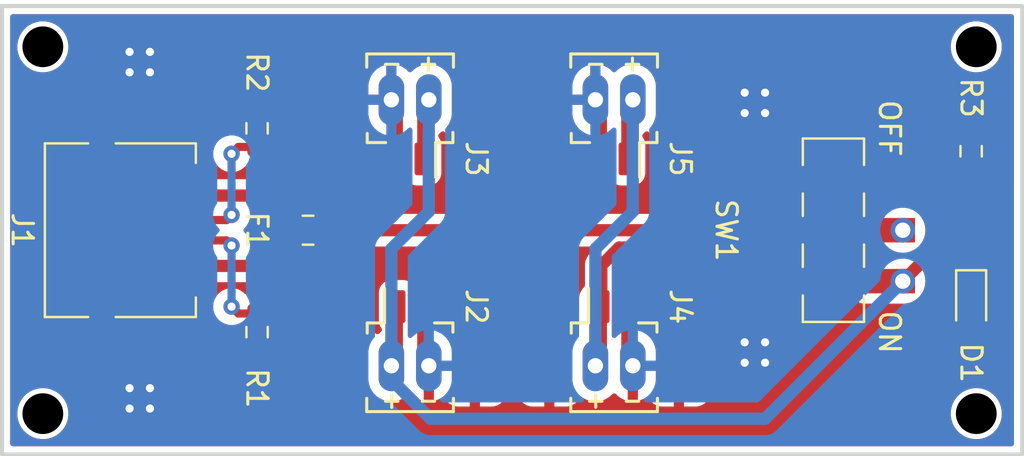
<source format=kicad_pcb>
(kicad_pcb (version 20240108) (generator "pcbnew") (generator_version "8.0")
  (layers (0 "F.Cu" signal) (31 "B.Cu" signal) (34 "B.Paste" user) (35 "F.Paste" user) (36 "B.SilkS" user "B.Silkscreen") (37 "F.SilkS" user "F.Silkscreen") (38 "B.Mask" user) (39 "F.Mask" user) (44 "Edge.Cuts" user))
  (net 0 "")
  (net 1 "GND")
  (net 2 "/CC1")
  (net 3 "/CC2")
  (net 4 "/VBUS")
  (net 5 "/Power_postFuse")
  (net 6 "LED_PWR_1")
  (net 7 "LED_PWR_2")
  (net 10 "Net-(D1-A)")
  (footprint "Resistor_SMD:R_0603_1608Metric_Pad0.98x0.95mm_HandSolder" (layer "F.Cu") (at 112.5 65 90)
    (property "Reference" "R1" (at -2.75 0 -90) (layer "F.SilkS"))
    (property "Value" "5.1K")
    (fp_line (start -0.254724 -0.5225) (end 0.254724 -0.5225) (stroke (width 0.12)) (layer "F.SilkS"))
    (fp_line (start -0.254724 0.5225) (end 0.254724 0.5225) (stroke (width 0.12)) (layer "F.SilkS"))
    (pad "1" smd roundrect (at -0.9125 0 90) (size 0.975 0.95) (layers "F.Cu" "F.Paste" "F.Mask") (net 1 "GND"))
    (pad "2" smd roundrect (at 0.9125 0 90) (size 0.975 0.95) (layers "F.Cu" "F.Paste" "F.Mask") (net 3 "/CC2"))
  )
  (footprint "LED_SMD:LED_0603_1608Metric_Pad1.05x0.95mm_HandSolder" (layer "F.Cu") (at 147.5 63.625 -90)
    (property "Reference" "D1" (at 2.875 0 -90) (layer "F.SilkS"))
    (property "Value" "LED")
    (fp_line (start -1.66 0.735) (end 0.8 0.735) (stroke (width 0.12)) (layer "F.SilkS"))
    (fp_line (start -1.66 -0.735) (end -1.66 0.735) (stroke (width 0.12)) (layer "F.SilkS"))
    (fp_line (start 0.8 -0.735) (end -1.66 -0.735) (stroke (width 0.12)) (layer "F.SilkS"))
    (pad "1" smd roundrect (at -0.875 0 270) (size 1.05 0.95) (layers "F.Cu" "F.Paste" "F.Mask") (net 1 "GND"))
    (pad "2" smd roundrect (at 0.875 0 270) (size 1.05 0.95) (layers "F.Cu" "F.Paste" "F.Mask") (net 10 "Net-(D1-A)"))
  )
  (footprint "Resistor_SMD:R_0603_1608Metric_Pad0.98x0.95mm_HandSolder" (layer "F.Cu") (at 112.5 55 -90)
    (property "Reference" "R2" (at -2.75 0 -90) (layer "F.SilkS"))
    (property "Value" "5.1K")
    (fp_line (start -0.254724 0.5225) (end 0.254724 0.5225) (stroke (width 0.12)) (layer "F.SilkS"))
    (fp_line (start -0.254724 -0.5225) (end 0.254724 -0.5225) (stroke (width 0.12)) (layer "F.SilkS"))
    (pad "1" smd roundrect (at -0.9125 0 270) (size 0.975 0.95) (layers "F.Cu" "F.Paste" "F.Mask") (net 1 "GND"))
    (pad "2" smd roundrect (at 0.9125 0 270) (size 0.975 0.95) (layers "F.Cu" "F.Paste" "F.Mask") (net 2 "/CC1"))
  )
  (footprint "sensorstrip:MountingHole-2mm-NPTH" (layer "F.Cu") (at 102 69)
    (property "Reference" "REF**" (hide yes))
    (property "Value" "MountingHole-2mm-NPTH" (hide yes))
    (pad "" np_thru_hole circle (at 0 0) (size 3 3) (drill 2) (layers "*.Mask"))
  )
  (footprint "sensorstrip:MountingHole-2mm-NPTH" (layer "F.Cu") (at 147.751472 69)
    (property "Reference" "REF**" (hide yes))
    (property "Value" "MountingHole-2mm-NPTH" (hide yes))
    (pad "" np_thru_hole circle (at 0 0) (size 3 3) (drill 2) (layers "*.Mask"))
  )
  (footprint "sensorstrip:Molex_Picoblade_53261-0271-Hybrid" (layer "F.Cu") (at 120 56.5)
    (property "Reference" "J3" (at 3.25 0 -90) (layer "F.SilkS"))
    (property "Value" "Conn_01x02_MountingPin")
    (fp_line (start -2.125 -4.5) (end -2.125 -5.15) (stroke (width 0.15)) (layer "F.SilkS"))
    (fp_line (start -2.1 -1.25) (end -2.1 -0.8) (stroke (width 0.15)) (layer "F.SilkS"))
    (fp_line (start -2.1 -0.8) (end -1.2 -0.8) (stroke (width 0.15)) (layer "F.SilkS"))
    (fp_line (start 1.25 -0.8) (end 1.25 0.9) (stroke (width 0.15)) (layer "F.SilkS"))
    (fp_line (start 2.1 -1.3) (end 2.1 -0.8) (stroke (width 0.15)) (layer "F.SilkS"))
    (fp_line (start 2.1 -0.8) (end 1.25 -0.8) (stroke (width 0.15)) (layer "F.SilkS"))
    (fp_line (start 2.125 -5.15) (end -2.125 -5.15) (stroke (width 0.15)) (layer "F.SilkS"))
    (fp_line (start 2.125 -4.5) (end 2.125 -5.15) (stroke (width 0.15)) (layer "F.SilkS"))
    (pad "1" smd custom (at 0.625 0) (size 0.8 0.8) (layers "F.Cu") (net 6 "LED_PWR_1") (options (clearance outline) (anchor circle)) (primitives (gr_poly (pts (xy -0.4 -0.68) (xy -0.390866 -0.725922) (xy -0.364853 -0.764853) (xy -0.325922 -0.790866) (xy -0.28 -0.8) (xy 0.28 -0.8) (xy 0.325922 -0.790866) (xy 0.364853 -0.764853) (xy 0.390866 -0.725922) (xy 0.4 -0.68) (xy 0.4 0.68) (xy 0.390866 0.725922) (xy 0.364853 0.764853) (xy 0.325922 0.790866) (xy 0.28 0.8) (xy -0.28 0.8) (xy -0.325922 0.790866) (xy -0.364853 0.764853) (xy -0.390866 0.725922) (xy -0.4 0.68)) (width 0) (fill yes)) (gr_poly (pts (xy -0.225 -0.75) (xy -0.225 -2) (xy 0.775 -2) (xy 0.175 -1.4) (xy 0.175 -0.75)) (width 0.1) (fill yes))))
    (pad "1" smd roundrect (at 0.625 0) (size 0.8 1.6) (layers "F.Cu" "F.Paste" "F.Mask") (roundrect_rratio 0.15) (net 6 "LED_PWR_1"))
    (pad "1" thru_hole oval (at 0.917 -2.9) (size 1.25 2.5) (drill 0.75) (layers "*.Cu" "*.Mask") (net 6 "LED_PWR_1"))
    (pad "2" thru_hole oval (at -0.917 -2.9) (size 1.25 2.5) (drill 0.75) (layers "*.Cu" "*.Mask") (net 1 "GND"))
    (pad "2" smd custom (at -0.625 0) (size 0.8 0.8) (layers "F.Cu") (net 1 "GND") (options (clearance outline) (anchor circle)) (primitives (gr_poly (pts (xy -0.4 -0.68) (xy -0.390866 -0.725922) (xy -0.364853 -0.764853) (xy -0.325922 -0.790866) (xy -0.28 -0.8) (xy 0.28 -0.8) (xy 0.325922 -0.790866) (xy 0.364853 -0.764853) (xy 0.390866 -0.725922) (xy 0.4 -0.68) (xy 0.4 0.68) (xy 0.390866 0.725922) (xy 0.364853 0.764853) (xy 0.325922 0.790866) (xy 0.28 0.8) (xy -0.28 0.8) (xy -0.325922 0.790866) (xy -0.364853 0.764853) (xy -0.390866 0.725922) (xy -0.4 0.68)) (width 0) (fill yes)) (gr_line (start 0.025 0) (end 0.225 0) (width 0.1)) (gr_poly (pts (xy 0.225 -0.75) (xy 0.225 -2) (xy -0.775 -2) (xy -0.175 -1.4) (xy -0.175 -0.75)) (width 0.1) (fill yes))))
    (pad "2" smd roundrect (at -0.625 0) (size 0.8 1.6) (layers "F.Cu" "F.Paste" "F.Mask") (roundrect_rratio 0.15) (net 1 "GND"))
    (pad "MP" smd roundrect (at -3.175 -2.9) (size 2.1 3) (layers "F.Cu" "F.Paste" "F.Mask") (roundrect_rratio 0.12) (net 1 "GND"))
    (pad "MP" smd roundrect (at 3.175 -2.9) (size 2.1 3) (layers "F.Cu" "F.Paste" "F.Mask") (roundrect_rratio 0.12) (net 1 "GND"))
  )
  (footprint "sensorstrip:MountingHole-2mm-NPTH" (layer "F.Cu") (at 102 51)
    (property "Reference" "REF**" (hide yes))
    (property "Value" "MountingHole-2mm-NPTH" (hide yes))
    (pad "" np_thru_hole circle (at 0 0) (size 3 3) (drill 2) (layers "*.Mask"))
  )
  (footprint "sensorstrip:MountingHole-2mm-NPTH" (layer "F.Cu") (at 147.751472 51)
    (property "Reference" "REF**" (hide yes))
    (property "Value" "MountingHole-2mm-NPTH" (hide yes))
    (pad "" np_thru_hole circle (at 0 0) (size 3 3) (drill 2) (layers "*.Mask"))
  )
  (footprint "sensorstrip:JS202011SCQN-Hybrid-12-PTH" (layer "F.Cu") (at 140.75 60 90)
    (property "Reference" "SW1" (at 0 -5.25 -90) (layer "F.SilkS"))
    (property "Value" "SW_DPDT_x2")
    (fp_line (start 4.5 -1.5) (end 4.5 1.5) (stroke (width 0.12)) (layer "F.SilkS"))
    (fp_line (start 3.2 -1.5) (end 4.5 -1.5) (stroke (width 0.12)) (layer "F.SilkS"))
    (fp_line (start 0.7 -1.5) (end 1.8 -1.5) (stroke (width 0.12)) (layer "F.SilkS"))
    (fp_line (start -1.8 -1.5) (end -0.7 -1.5) (stroke (width 0.12)) (layer "F.SilkS"))
    (fp_line (start -4.5 -1.5) (end -3.2 -1.5) (stroke (width 0.12)) (layer "F.SilkS"))
    (fp_line (start -4.5 -1.5) (end -4.5 1.5) (stroke (width 0.12)) (layer "F.SilkS"))
    (fp_line (start 3.2 1.5) (end 4.5 1.5) (stroke (width 0.12)) (layer "F.SilkS"))
    (fp_line (start 0.7 1.5) (end 1.8 1.5) (stroke (width 0.12)) (layer "F.SilkS"))
    (fp_line (start -1.8 1.5) (end -0.7 1.5) (stroke (width 0.12)) (layer "F.SilkS"))
    (fp_line (start -4.5 1.5) (end -3.2 1.5) (stroke (width 0.12)) (layer "F.SilkS"))
    (pad "1" smd rect (at -2.5 2.75 90) (size 1.2 2.5) (layers "F.Cu" "F.Paste" "F.Mask") (net 6 "LED_PWR_1"))
    (pad "1" thru_hole circle (at -2.5 3.4 90) (size 1.2 1.2) (drill 0.75) (layers "*.Cu" "*.Mask") (net 6 "LED_PWR_1"))
    (pad "2" smd rect (at 0 2.75 90) (size 1.2 2.5) (layers "F.Cu" "F.Paste" "F.Mask") (net 5 "/Power_postFuse"))
    (pad "2" thru_hole circle (at 0 3.4 90) (size 1.2 1.2) (drill 0.75) (layers "*.Cu" "*.Mask") (net 5 "/Power_postFuse"))
    (pad "3" smd rect (at 2.5 2.75 90) (size 1.2 2.5) (layers "F.Cu" "F.Paste" "F.Mask"))
    (pad "4" smd rect (at -2.5 -2.75 90) (size 1.2 2.5) (layers "F.Cu" "F.Paste" "F.Mask") (net 7 "LED_PWR_2"))
    (pad "5" smd rect (at 0 -2.75 90) (size 1.2 2.5) (layers "F.Cu" "F.Paste" "F.Mask") (net 5 "/Power_postFuse"))
    (pad "6" smd rect (at 2.5 -2.75 90) (size 1.2 2.5) (layers "F.Cu" "F.Paste" "F.Mask"))
  )
  (footprint "sensorstrip:Molex_Picoblade_53261-0271-Hybrid" (layer "F.Cu") (at 130 56.5)
    (property "Reference" "J5" (at 3.25 0 -90) (layer "F.SilkS"))
    (property "Value" "Conn_01x02_MountingPin")
    (fp_line (start -2.125 -4.5) (end -2.125 -5.15) (stroke (width 0.15)) (layer "F.SilkS"))
    (fp_line (start -2.1 -1.25) (end -2.1 -0.8) (stroke (width 0.15)) (layer "F.SilkS"))
    (fp_line (start -2.1 -0.8) (end -1.2 -0.8) (stroke (width 0.15)) (layer "F.SilkS"))
    (fp_line (start 1.25 -0.8) (end 1.25 0.9) (stroke (width 0.15)) (layer "F.SilkS"))
    (fp_line (start 2.1 -1.3) (end 2.1 -0.8) (stroke (width 0.15)) (layer "F.SilkS"))
    (fp_line (start 2.1 -0.8) (end 1.25 -0.8) (stroke (width 0.15)) (layer "F.SilkS"))
    (fp_line (start 2.125 -5.15) (end -2.125 -5.15) (stroke (width 0.15)) (layer "F.SilkS"))
    (fp_line (start 2.125 -4.5) (end 2.125 -5.15) (stroke (width 0.15)) (layer "F.SilkS"))
    (pad "1" smd custom (at 0.625 0) (size 0.8 0.8) (layers "F.Cu") (net 7 "LED_PWR_2") (options (clearance outline) (anchor circle)) (primitives (gr_poly (pts (xy -0.4 -0.68) (xy -0.390866 -0.725922) (xy -0.364853 -0.764853) (xy -0.325922 -0.790866) (xy -0.28 -0.8) (xy 0.28 -0.8) (xy 0.325922 -0.790866) (xy 0.364853 -0.764853) (xy 0.390866 -0.725922) (xy 0.4 -0.68) (xy 0.4 0.68) (xy 0.390866 0.725922) (xy 0.364853 0.764853) (xy 0.325922 0.790866) (xy 0.28 0.8) (xy -0.28 0.8) (xy -0.325922 0.790866) (xy -0.364853 0.764853) (xy -0.390866 0.725922) (xy -0.4 0.68)) (width 0) (fill yes)) (gr_poly (pts (xy -0.225 -0.75) (xy -0.225 -2) (xy 0.775 -2) (xy 0.175 -1.4) (xy 0.175 -0.75)) (width 0.1) (fill yes))))
    (pad "1" smd roundrect (at 0.625 0) (size 0.8 1.6) (layers "F.Cu" "F.Paste" "F.Mask") (roundrect_rratio 0.15) (net 7 "LED_PWR_2"))
    (pad "1" thru_hole oval (at 0.917 -2.9) (size 1.25 2.5) (drill 0.75) (layers "*.Cu" "*.Mask") (net 7 "LED_PWR_2"))
    (pad "2" thru_hole oval (at -0.917 -2.9) (size 1.25 2.5) (drill 0.75) (layers "*.Cu" "*.Mask") (net 1 "GND"))
    (pad "2" smd custom (at -0.625 0) (size 0.8 0.8) (layers "F.Cu") (net 1 "GND") (options (clearance outline) (anchor circle)) (primitives (gr_poly (pts (xy -0.4 -0.68) (xy -0.390866 -0.725922) (xy -0.364853 -0.764853) (xy -0.325922 -0.790866) (xy -0.28 -0.8) (xy 0.28 -0.8) (xy 0.325922 -0.790866) (xy 0.364853 -0.764853) (xy 0.390866 -0.725922) (xy 0.4 -0.68) (xy 0.4 0.68) (xy 0.390866 0.725922) (xy 0.364853 0.764853) (xy 0.325922 0.790866) (xy 0.28 0.8) (xy -0.28 0.8) (xy -0.325922 0.790866) (xy -0.364853 0.764853) (xy -0.390866 0.725922) (xy -0.4 0.68)) (width 0) (fill yes)) (gr_line (start 0.025 0) (end 0.225 0) (width 0.1)) (gr_poly (pts (xy 0.225 -0.75) (xy 0.225 -2) (xy -0.775 -2) (xy -0.175 -1.4) (xy -0.175 -0.75)) (width 0.1) (fill yes))))
    (pad "2" smd roundrect (at -0.625 0) (size 0.8 1.6) (layers "F.Cu" "F.Paste" "F.Mask") (roundrect_rratio 0.15) (net 1 "GND"))
    (pad "MP" smd roundrect (at -3.175 -2.9) (size 2.1 3) (layers "F.Cu" "F.Paste" "F.Mask") (roundrect_rratio 0.12) (net 1 "GND"))
    (pad "MP" smd roundrect (at 3.175 -2.9) (size 2.1 3) (layers "F.Cu" "F.Paste" "F.Mask") (roundrect_rratio 0.12) (net 1 "GND"))
  )
  (footprint "sensorstrip:Molex_Picoblade_53261-0271-Hybrid" (layer "F.Cu") (at 120 63.75 180)
    (property "Reference" "J2" (at -3.25 0 -90) (layer "F.SilkS"))
    (property "Value" "Conn_01x02_MountingPin")
    (fp_line (start 2.125 -4.5) (end 2.125 -5.15) (stroke (width 0.15)) (layer "F.SilkS"))
    (fp_line (start 2.125 -5.15) (end -2.125 -5.15) (stroke (width 0.15)) (layer "F.SilkS"))
    (fp_line (start 2.1 -0.8) (end 1.25 -0.8) (stroke (width 0.15)) (layer "F.SilkS"))
    (fp_line (start 2.1 -1.3) (end 2.1 -0.8) (stroke (width 0.15)) (layer "F.SilkS"))
    (fp_line (start 1.25 -0.8) (end 1.25 0.9) (stroke (width 0.15)) (layer "F.SilkS"))
    (fp_line (start -2.1 -0.8) (end -1.2 -0.8) (stroke (width 0.15)) (layer "F.SilkS"))
    (fp_line (start -2.1 -1.25) (end -2.1 -0.8) (stroke (width 0.15)) (layer "F.SilkS"))
    (fp_line (start -2.125 -4.5) (end -2.125 -5.15) (stroke (width 0.15)) (layer "F.SilkS"))
    (pad "1" smd custom (at 0.625 0 180) (size 0.8 0.8) (layers "F.Cu") (net 6 "LED_PWR_1") (options (clearance outline) (anchor circle)) (primitives (gr_poly (pts (xy -0.4 -0.68) (xy -0.390866 -0.725922) (xy -0.364853 -0.764853) (xy -0.325922 -0.790866) (xy -0.28 -0.8) (xy 0.28 -0.8) (xy 0.325922 -0.790866) (xy 0.364853 -0.764853) (xy 0.390866 -0.725922) (xy 0.4 -0.68) (xy 0.4 0.68) (xy 0.390866 0.725922) (xy 0.364853 0.764853) (xy 0.325922 0.790866) (xy 0.28 0.8) (xy -0.28 0.8) (xy -0.325922 0.790866) (xy -0.364853 0.764853) (xy -0.390866 0.725922) (xy -0.4 0.68)) (width 0) (fill yes)) (gr_poly (pts (xy -0.225 -0.75) (xy -0.225 -2) (xy 0.775 -2) (xy 0.175 -1.4) (xy 0.175 -0.75)) (width 0.1) (fill yes))))
    (pad "1" smd roundrect (at 0.625 0 180) (size 0.8 1.6) (layers "F.Cu" "F.Paste" "F.Mask") (roundrect_rratio 0.15) (net 6 "LED_PWR_1"))
    (pad "1" thru_hole oval (at 0.917 -2.9 180) (size 1.25 2.5) (drill 0.75) (layers "*.Cu" "*.Mask") (net 6 "LED_PWR_1"))
    (pad "2" thru_hole oval (at -0.917 -2.9 180) (size 1.25 2.5) (drill 0.75) (layers "*.Cu" "*.Mask") (net 1 "GND"))
    (pad "2" smd custom (at -0.625 0 180) (size 0.8 0.8) (layers "F.Cu") (net 1 "GND") (options (clearance outline) (anchor circle)) (primitives (gr_poly (pts (xy -0.4 -0.68) (xy -0.390866 -0.725922) (xy -0.364853 -0.764853) (xy -0.325922 -0.790866) (xy -0.28 -0.8) (xy 0.28 -0.8) (xy 0.325922 -0.790866) (xy 0.364853 -0.764853) (xy 0.390866 -0.725922) (xy 0.4 -0.68) (xy 0.4 0.68) (xy 0.390866 0.725922) (xy 0.364853 0.764853) (xy 0.325922 0.790866) (xy 0.28 0.8) (xy -0.28 0.8) (xy -0.325922 0.790866) (xy -0.364853 0.764853) (xy -0.390866 0.725922) (xy -0.4 0.68)) (width 0) (fill yes)) (gr_line (start 0.025 0) (end 0.225 0) (width 0.1)) (gr_poly (pts (xy 0.225 -0.75) (xy 0.225 -2) (xy -0.775 -2) (xy -0.175 -1.4) (xy -0.175 -0.75)) (width 0.1) (fill yes))))
    (pad "2" smd roundrect (at -0.625 0 180) (size 0.8 1.6) (layers "F.Cu" "F.Paste" "F.Mask") (roundrect_rratio 0.15) (net 1 "GND"))
    (pad "MP" smd roundrect (at -3.175 -2.9 180) (size 2.1 3) (layers "F.Cu" "F.Paste" "F.Mask") (roundrect_rratio 0.12) (net 1 "GND"))
    (pad "MP" smd roundrect (at 3.175 -2.9 180) (size 2.1 3) (layers "F.Cu" "F.Paste" "F.Mask") (roundrect_rratio 0.12) (net 1 "GND"))
  )
  (footprint "Resistor_SMD:R_0603_1608Metric_Pad0.98x0.95mm_HandSolder" (layer "F.Cu") (at 147.5 56.125 90)
    (property "Reference" "R3" (at 2.625 0 -90) (layer "F.SilkS"))
    (property "Value" "1K")
    (fp_line (start -0.254724 -0.5225) (end 0.254724 -0.5225) (stroke (width 0.12)) (layer "F.SilkS"))
    (fp_line (start -0.254724 0.5225) (end 0.254724 0.5225) (stroke (width 0.12)) (layer "F.SilkS"))
    (pad "1" smd roundrect (at -0.9125 0 90) (size 0.975 0.95) (layers "F.Cu" "F.Paste" "F.Mask") (net 10 "Net-(D1-A)"))
    (pad "2" smd roundrect (at 0.9125 0 90) (size 0.975 0.95) (layers "F.Cu" "F.Paste" "F.Mask") (net 6 "LED_PWR_1"))
  )
  (footprint "Fuse:Fuse_0805_2012Metric_Pad1.15x1.40mm_HandSolder" (layer "F.Cu") (at 115 60)
    (property "Reference" "F1" (at -2.5 0 -90) (layer "F.SilkS"))
    (property "Value" "Polyfuse")
    (fp_line (start -0.261252 -0.71) (end 0.261252 -0.71) (stroke (width 0.12)) (layer "F.SilkS"))
    (fp_line (start -0.261252 0.71) (end 0.261252 0.71) (stroke (width 0.12)) (layer "F.SilkS"))
    (pad "1" smd roundrect (at -1.025 0) (size 1.15 1.4) (layers "F.Cu" "F.Paste" "F.Mask") (roundrect_rratio 0.217391) (net 4 "/VBUS"))
    (pad "2" smd roundrect (at 1.025 0) (size 1.15 1.4) (layers "F.Cu" "F.Paste" "F.Mask") (roundrect_rratio 0.217391) (net 5 "/Power_postFuse"))
  )
  (footprint "sensorstrip:DEALON USB Type-C 6Pin" (layer "F.Cu") (at 109 60 -90)
    (property "Reference" "J1" (at 0 8 -90) (layer "F.SilkS"))
    (property "Value" "USB_C_Receptacle_PowerOnly")
    (fp_line (start -4.26 6.9) (end 4.26 6.9) (stroke (width 0.12)) (layer "F.SilkS"))
    (fp_line (start -4.26 4.78) (end -4.26 6.9) (stroke (width 0.12)) (layer "F.SilkS"))
    (fp_line (start 4.26 4.78) (end 4.26 6.9) (stroke (width 0.12)) (layer "F.SilkS"))
    (fp_line (start 4.26 3.43) (end 4.26 -0.5) (stroke (width 0.12)) (layer "F.SilkS"))
    (fp_line (start -4.26 -0.5) (end -4.26 3.43) (stroke (width 0.12)) (layer "F.SilkS"))
    (fp_line (start -3.3 -0.5) (end -4.25 -0.5) (stroke (width 0.12)) (layer "F.SilkS"))
    (fp_line (start 4.26 -0.5) (end 3.3 -0.5) (stroke (width 0.12)) (layer "F.SilkS"))
    (pad "A5" smd rect (at -0.5 0 270) (size 0.7 1) (layers "F.Cu" "F.Paste" "F.Mask") (net 2 "/CC1"))
    (pad "A9" smd rect (at 1.52 0 270) (size 0.8 1) (layers "F.Cu" "F.Paste" "F.Mask") (net 4 "/VBUS"))
    (pad "A12" smd rect (at 2.75 0 270) (size 0.9 1) (layers "F.Cu" "F.Paste" "F.Mask") (net 1 "GND"))
    (pad "B5" smd rect (at 0.5 0 270) (size 0.7 1) (layers "F.Cu" "F.Paste" "F.Mask") (net 3 "/CC2"))
    (pad "B9" smd rect (at -1.52 0 270) (size 0.8 1) (layers "F.Cu" "F.Paste" "F.Mask") (net 4 "/VBUS"))
    (pad "B12" smd rect (at -2.75 0 270) (size 0.9 1) (layers "F.Cu" "F.Paste" "F.Mask") (net 1 "GND"))
    (pad "S1" smd rect (at -5.42 4.1 270) (size 2.4 1.2) (layers "F.Cu" "F.Paste" "F.Mask") (net 1 "GND"))
    (pad "S1" smd rect (at -5.32 0.5 270) (size 2 1) (layers "F.Cu" "F.Paste" "F.Mask") (net 1 "GND"))
    (pad "S1" smd rect (at 5.32 0.5 270) (size 2 1) (layers "F.Cu" "F.Paste" "F.Mask") (net 1 "GND"))
    (pad "S1" smd rect (at 5.42 4.1 270) (size 2.4 1.2) (layers "F.Cu" "F.Paste" "F.Mask") (net 1 "GND"))
  )
  (footprint "sensorstrip:Molex_Picoblade_53261-0271-Hybrid" (layer "F.Cu") (at 130 63.75 180)
    (property "Reference" "J4" (at -3.25 0 -90) (layer "F.SilkS"))
    (property "Value" "Conn_01x02_MountingPin")
    (fp_line (start 2.125 -4.5) (end 2.125 -5.15) (stroke (width 0.15)) (layer "F.SilkS"))
    (fp_line (start 2.125 -5.15) (end -2.125 -5.15) (stroke (width 0.15)) (layer "F.SilkS"))
    (fp_line (start 2.1 -0.8) (end 1.25 -0.8) (stroke (width 0.15)) (layer "F.SilkS"))
    (fp_line (start 2.1 -1.3) (end 2.1 -0.8) (stroke (width 0.15)) (layer "F.SilkS"))
    (fp_line (start 1.25 -0.8) (end 1.25 0.9) (stroke (width 0.15)) (layer "F.SilkS"))
    (fp_line (start -2.1 -0.8) (end -1.2 -0.8) (stroke (width 0.15)) (layer "F.SilkS"))
    (fp_line (start -2.1 -1.25) (end -2.1 -0.8) (stroke (width 0.15)) (layer "F.SilkS"))
    (fp_line (start -2.125 -4.5) (end -2.125 -5.15) (stroke (width 0.15)) (layer "F.SilkS"))
    (pad "1" smd custom (at 0.625 0 180) (size 0.8 0.8) (layers "F.Cu") (net 7 "LED_PWR_2") (options (clearance outline) (anchor circle)) (primitives (gr_poly (pts (xy -0.4 -0.68) (xy -0.390866 -0.725922) (xy -0.364853 -0.764853) (xy -0.325922 -0.790866) (xy -0.28 -0.8) (xy 0.28 -0.8) (xy 0.325922 -0.790866) (xy 0.364853 -0.764853) (xy 0.390866 -0.725922) (xy 0.4 -0.68) (xy 0.4 0.68) (xy 0.390866 0.725922) (xy 0.364853 0.764853) (xy 0.325922 0.790866) (xy 0.28 0.8) (xy -0.28 0.8) (xy -0.325922 0.790866) (xy -0.364853 0.764853) (xy -0.390866 0.725922) (xy -0.4 0.68)) (width 0) (fill yes)) (gr_poly (pts (xy -0.225 -0.75) (xy -0.225 -2) (xy 0.775 -2) (xy 0.175 -1.4) (xy 0.175 -0.75)) (width 0.1) (fill yes))))
    (pad "1" smd roundrect (at 0.625 0 180) (size 0.8 1.6) (layers "F.Cu" "F.Paste" "F.Mask") (roundrect_rratio 0.15) (net 7 "LED_PWR_2"))
    (pad "1" thru_hole oval (at 0.917 -2.9 180) (size 1.25 2.5) (drill 0.75) (layers "*.Cu" "*.Mask") (net 7 "LED_PWR_2"))
    (pad "2" thru_hole oval (at -0.917 -2.9 180) (size 1.25 2.5) (drill 0.75) (layers "*.Cu" "*.Mask") (net 1 "GND"))
    (pad "2" smd custom (at -0.625 0 180) (size 0.8 0.8) (layers "F.Cu") (net 1 "GND") (options (clearance outline) (anchor circle)) (primitives (gr_poly (pts (xy -0.4 -0.68) (xy -0.390866 -0.725922) (xy -0.364853 -0.764853) (xy -0.325922 -0.790866) (xy -0.28 -0.8) (xy 0.28 -0.8) (xy 0.325922 -0.790866) (xy 0.364853 -0.764853) (xy 0.390866 -0.725922) (xy 0.4 -0.68) (xy 0.4 0.68) (xy 0.390866 0.725922) (xy 0.364853 0.764853) (xy 0.325922 0.790866) (xy 0.28 0.8) (xy -0.28 0.8) (xy -0.325922 0.790866) (xy -0.364853 0.764853) (xy -0.390866 0.725922) (xy -0.4 0.68)) (width 0) (fill yes)) (gr_line (start 0.025 0) (end 0.225 0) (width 0.1)) (gr_poly (pts (xy 0.225 -0.75) (xy 0.225 -2) (xy -0.775 -2) (xy -0.175 -1.4) (xy -0.175 -0.75)) (width 0.1) (fill yes))))
    (pad "2" smd roundrect (at -0.625 0 180) (size 0.8 1.6) (layers "F.Cu" "F.Paste" "F.Mask") (roundrect_rratio 0.15) (net 1 "GND"))
    (pad "MP" smd roundrect (at -3.175 -2.9 180) (size 2.1 3) (layers "F.Cu" "F.Paste" "F.Mask") (roundrect_rratio 0.12) (net 1 "GND"))
    (pad "MP" smd roundrect (at 3.175 -2.9 180) (size 2.1 3) (layers "F.Cu" "F.Paste" "F.Mask") (roundrect_rratio 0.12) (net 1 "GND"))
  )
  (gr_rect (start 100 49) (end 150 71) (stroke (width 0.2)) (fill none) (layer "Edge.Cuts"))
  (gr_text "-" (at 129.1 51.8 0) (layer "F.SilkS") (effects (font (size 0.8 0.8))))
  (gr_text "ON" (at 143.501472 65 -90) (layer "F.SilkS") (effects (font (size 1 1) (thickness 0.15) (bold yes))))
  (gr_text "+" (at 120.9 51.8 0) (layer "F.SilkS") (effects (font (size 0.8 0.8))))
  (gr_text "-" (at 119.1 51.8 0) (layer "F.SilkS") (effects (font (size 0.8 0.8))))
  (gr_text "-" (at 130.9 68.45 180) (layer "F.SilkS") (effects (font (size 0.8 0.8))))
  (gr_text "+" (at 130.9 51.8 0) (layer "F.SilkS") (effects (font (size 0.8 0.8))))
  (gr_text "-" (at 120.9 68.45 180) (layer "F.SilkS") (effects (font (size 0.8 0.8))))
  (gr_text "+" (at 119.1 68.45 180) (layer "F.SilkS") (effects (font (size 0.8 0.8))))
  (gr_text "+" (at 129.1 68.45 180) (layer "F.SilkS") (effects (font (size 0.8 0.8))))
  (gr_text "OFF" (at 143.501472 55 -90) (layer "F.SilkS") (effects (font (size 1 1))))
  (via (at 137.4 54.25) (size 0.8) (drill 0.4) (layers "F.Cu" "B.Cu") (net 1))
  (via (at 136.4 65.5) (size 0.8) (drill 0.4) (layers "F.Cu" "B.Cu") (net 1))
  (via (at 137.4 53.25) (size 0.8) (drill 0.4) (layers "F.Cu" "B.Cu") (net 1))
  (via (at 136.4 54.25) (size 0.8) (drill 0.4) (layers "F.Cu" "B.Cu") (net 1))
  (via (at 137.4 66.5) (size 0.8) (drill 0.4) (layers "F.Cu" "B.Cu") (net 1))
  (via (at 107.25 68.75) (size 0.8) (drill 0.4) (layers "F.Cu" "B.Cu") (net 1))
  (via (at 107.25 52.25) (size 0.8) (drill 0.4) (layers "F.Cu" "B.Cu") (net 1))
  (via (at 136.4 66.5) (size 0.8) (drill 0.4) (layers "F.Cu" "B.Cu") (net 1))
  (via (at 106.25 51.25) (size 0.8) (drill 0.4) (layers "F.Cu" "B.Cu") (net 1))
  (via (at 136.4 53.25) (size 0.8) (drill 0.4) (layers "F.Cu" "B.Cu") (net 1))
  (via (at 107.25 51.25) (size 0.8) (drill 0.4) (layers "F.Cu" "B.Cu") (net 1))
  (via (at 137.4 65.5) (size 0.8) (drill 0.4) (layers "F.Cu" "B.Cu") (net 1))
  (via (at 106.25 67.75) (size 0.8) (drill 0.4) (layers "F.Cu" "B.Cu") (net 1))
  (via (at 106.25 68.75) (size 0.8) (drill 0.4) (layers "F.Cu" "B.Cu") (net 1))
  (via (at 106.25 52.25) (size 0.8) (drill 0.4) (layers "F.Cu" "B.Cu") (net 1))
  (via (at 107.25 67.75) (size 0.8) (drill 0.4) (layers "F.Cu" "B.Cu") (net 1))
  (segment (start 111 59.5) (end 111.25 59.25) (width 0.4) (layer "F.Cu") (net 2))
  (segment (start 109 59.5) (end 111 59.5) (width 0.4) (layer "F.Cu") (net 2))
  (segment (start 111.5875 55.9125) (end 111.25 56.25) (width 0.4) (layer "F.Cu") (net 2))
  (segment (start 112.5 55.9125) (end 111.5875 55.9125) (width 0.4) (layer "F.Cu") (net 2))
  (via (at 111.25 59.25) (size 0.8) (drill 0.4) (layers "F.Cu" "B.Cu") (net 2))
  (via (at 111.25 56.25) (size 0.8) (drill 0.4) (layers "F.Cu" "B.Cu") (net 2))
  (segment (start 111.25 59.25) (end 111.25 56.25) (width 0.4) (layer "B.Cu") (net 2))
  (segment (start 112.5 64.0875) (end 111.5875 64.0875) (width 0.4) (layer "F.Cu") (net 3))
  (segment (start 111.5875 64.0875) (end 111.25 63.75) (width 0.4) (layer "F.Cu") (net 3))
  (segment (start 111 60.5) (end 111.25 60.75) (width 0.4) (layer "F.Cu") (net 3))
  (segment (start 109 60.5) (end 111 60.5) (width 0.4) (layer "F.Cu") (net 3))
  (via (at 111.25 60.75) (size 0.8) (drill 0.4) (layers "F.Cu" "B.Cu") (net 3))
  (via (at 111.25 63.75) (size 0.8) (drill 0.4) (layers "F.Cu" "B.Cu") (net 3))
  (segment (start 111.25 60.75) (end 111.25 63.75) (width 0.4) (layer "B.Cu") (net 3))
  (segment (start 112.8 61.75) (end 113.975 60.575) (width 0.6) (layer "F.Cu") (net 4))
  (segment (start 110.1 58.48) (end 110.28 58.3) (width 0.6) (layer "F.Cu") (net 4))
  (segment (start 110.1 61.57) (end 110.28 61.75) (width 0.6) (layer "F.Cu") (net 4))
  (segment (start 110.28 61.75) (end 112.8 61.75) (width 0.6) (layer "F.Cu") (net 4))
  (segment (start 109 58.48) (end 110.1 58.48) (width 0.6) (layer "F.Cu") (net 4))
  (segment (start 113.975 60.575) (end 113.975 60.05) (width 0.6) (layer "F.Cu") (net 4))
  (segment (start 112.8 58.3) (end 113.975 59.475) (width 0.6) (layer "F.Cu") (net 4))
  (segment (start 113.975 59.475) (end 113.975 60) (width 0.6) (layer "F.Cu") (net 4))
  (segment (start 109 61.57) (end 110.1 61.57) (width 0.6) (layer "F.Cu") (net 4))
  (segment (start 110.28 58.3) (end 112.8 58.3) (width 0.6) (layer "F.Cu") (net 4))
  (segment (start 143.5 60) (end 116.025 60) (width 0.6) (layer "F.Cu") (net 5))
  (segment (start 147.0375 55.2125) (end 147.5 55.2125) (width 0.6) (layer "F.Cu") (net 6))
  (segment (start 144.15 62.5) (end 145.75 60.9) (width 0.6) (layer "F.Cu") (net 6))
  (segment (start 143.5 62.5) (end 144.15 62.5) (width 0.6) (layer "F.Cu") (net 6))
  (segment (start 145.75 60.9) (end 145.75 56.5) (width 0.6) (layer "F.Cu") (net 6))
  (segment (start 145.75 56.5) (end 147.0375 55.2125) (width 0.6) (layer "F.Cu") (net 6))
  (segment (start 119.083 66.65) (end 119.083 60.917) (width 0.6) (layer "B.Cu") (net 6))
  (segment (start 136.75 69.25) (end 121 69.25) (width 0.6) (layer "B.Cu") (net 6))
  (segment (start 119.083 60.917) (end 120.917 59.083) (width 0.6) (layer "B.Cu") (net 6))
  (segment (start 120.917 59.083) (end 120.917 53.6) (width 0.6) (layer "B.Cu") (net 6))
  (segment (start 137.4 69.25) (end 136.75 69.25) (width 0.6) (layer "B.Cu") (net 6))
  (segment (start 121 69.25) (end 119.083 67.333) (width 0.6) (layer "B.Cu") (net 6))
  (segment (start 119.083 67.333) (end 119.083 66.65) (width 0.6) (layer "B.Cu") (net 6))
  (segment (start 144.15 62.5) (end 137.4 69.25) (width 0.6) (layer "B.Cu") (net 6))
  (segment (start 134.251472 60.85) (end 130.25 60.85) (width 0.6) (layer "F.Cu") (net 7))
  (segment (start 129.083 63.37754) (end 129.083 66.65) (width 0.6) (layer "F.Cu") (net 7))
  (segment (start 137.751472 62.5) (end 135.901472 62.5) (width 0.6) (layer "F.Cu") (net 7))
  (segment (start 135.901472 62.5) (end 134.251472 60.85) (width 0.6) (layer "F.Cu") (net 7))
  (segment (start 129.375 61.725) (end 129.375 63.75) (width 0.6) (layer "F.Cu") (net 7))
  (segment (start 130.25 60.85) (end 129.375 61.725) (width 0.6) (layer "F.Cu") (net 7))
  (segment (start 129.083 60.917) (end 130.917 59.083) (width 0.6) (layer "B.Cu") (net 7))
  (segment (start 130.917 59.083) (end 130.917 53.6) (width 0.6) (layer "B.Cu") (net 7))
  (segment (start 129.083 66.65) (end 129.083 60.917) (width 0.6) (layer "B.Cu") (net 7))
  (segment (start 149 58.5) (end 149 63.75) (width 0.6) (layer "F.Cu") (net 10))
  (segment (start 147.5375 57.0375) (end 149 58.5) (width 0.6) (layer "F.Cu") (net 10))
  (segment (start 147.5 57.0375) (end 147.5375 57.0375) (width 0.6) (layer "F.Cu") (net 10))
  (segment (start 148.25 64.5) (end 147.5 64.5) (width 0.6) (layer "F.Cu") (net 10))
  (segment (start 149 63.75) (end 148.25 64.5) (width 0.6) (layer "F.Cu") (net 10))
  (zone (net 1) (net_name "GND") (layers "F&B.Cu") (connect_pads (clearance 0.5)) (min_thickness 0.25) (fill yes (thermal_gap 0.5) (thermal_bridge_width 0.5))
    (polygon (pts (xy 100 49) (xy 100 71) (xy 150 71) (xy 150 49)))
  )
)
</source>
